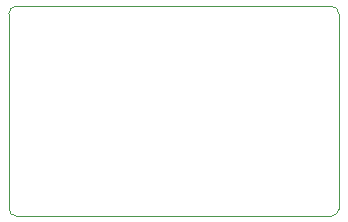
<source format=gbr>
%TF.GenerationSoftware,KiCad,Pcbnew,5.1.9+dfsg1-1~bpo10+1*%
%TF.CreationDate,Date%
%TF.ProjectId,ProMicro_BOOST,50726f4d-6963-4726-9f5f-424f4f53542e,v1.8*%
%TF.SameCoordinates,Original*%
%TF.FileFunction,Profile,NP*%
%FSLAX46Y46*%
G04 Gerber Fmt 4.6, Leading zero omitted, Abs format (unit mm)*
G04 Created by KiCad*
%MOMM*%
%LPD*%
G01*
G04 APERTURE LIST*
%TA.AperFunction,Profile*%
%ADD10C,0.100000*%
%TD*%
G04 APERTURE END LIST*
D10*
X-635000Y1270000D02*
X26035000Y1270000D01*
X26035000Y-16510000D02*
X-635000Y-16510000D01*
X-635000Y-16510000D02*
G75*
G02*
X-1270000Y-15875000I0J635000D01*
G01*
X-1270000Y635000D02*
G75*
G02*
X-635000Y1270000I635000J0D01*
G01*
X26035000Y1270000D02*
G75*
G02*
X26670000Y635000I0J-635000D01*
G01*
X26670000Y-15875000D02*
G75*
G02*
X26035000Y-16510000I-635000J0D01*
G01*
X26670000Y-15875000D02*
X26670000Y635000D01*
X-1270000Y635000D02*
X-1270000Y-15875000D01*
M02*

</source>
